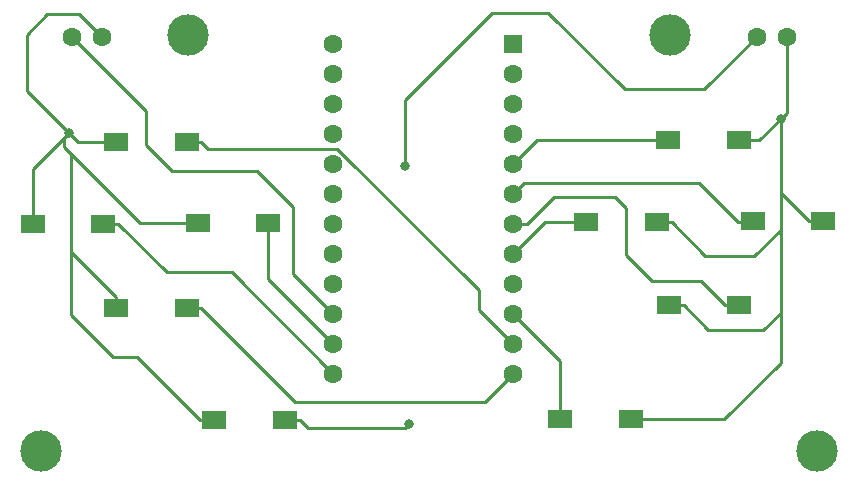
<source format=gbr>
G04 #@! TF.GenerationSoftware,KiCad,Pcbnew,5.0.2+dfsg1-1~bpo9+1*
G04 #@! TF.CreationDate,2018-12-22T15:32:15+00:00*
G04 #@! TF.ProjectId,arduino_controller,61726475-696e-46f5-9f63-6f6e74726f6c,rev?*
G04 #@! TF.SameCoordinates,Original*
G04 #@! TF.FileFunction,Copper,L1,Top*
G04 #@! TF.FilePolarity,Positive*
%FSLAX46Y46*%
G04 Gerber Fmt 4.6, Leading zero omitted, Abs format (unit mm)*
G04 Created by KiCad (PCBNEW 5.0.2+dfsg1-1~bpo9+1) date Sat 22 Dec 2018 15:32:15 GMT*
%MOMM*%
%LPD*%
G01*
G04 APERTURE LIST*
G04 #@! TA.AperFunction,SMDPad,CuDef*
%ADD10R,2.000000X1.500000*%
G04 #@! TD*
G04 #@! TA.AperFunction,ComponentPad*
%ADD11R,1.600000X1.600000*%
G04 #@! TD*
G04 #@! TA.AperFunction,ComponentPad*
%ADD12C,1.600000*%
G04 #@! TD*
G04 #@! TA.AperFunction,ComponentPad*
%ADD13C,3.500000*%
G04 #@! TD*
G04 #@! TA.AperFunction,ViaPad*
%ADD14C,0.800000*%
G04 #@! TD*
G04 #@! TA.AperFunction,Conductor*
%ADD15C,0.250000*%
G04 #@! TD*
G04 APERTURE END LIST*
D10*
G04 #@! TO.P,SW9,1*
G04 #@! TO.N,Net-(SW9-Pad1)*
X77787500Y-167513000D03*
G04 #@! TO.P,SW9,2*
G04 #@! TO.N,Net-(SW1-Pad2)*
X83756500Y-167513000D03*
G04 #@! TD*
D11*
G04 #@! TO.P,U1,1*
G04 #@! TO.N,Net-(U1-Pad1)*
X57505500Y-152509500D03*
D12*
G04 #@! TO.P,U1,2*
G04 #@! TO.N,Net-(U1-Pad2)*
X57505500Y-155049500D03*
G04 #@! TO.P,U1,3*
G04 #@! TO.N,Net-(U1-Pad3)*
X57505500Y-157589500D03*
G04 #@! TO.P,U1,4*
G04 #@! TO.N,Net-(U1-Pad4)*
X57505500Y-160129500D03*
G04 #@! TO.P,U1,5*
G04 #@! TO.N,Net-(SW2-Pad1)*
X57505500Y-162669500D03*
G04 #@! TO.P,U1,6*
G04 #@! TO.N,Net-(SW9-Pad1)*
X57505500Y-165209500D03*
G04 #@! TO.P,U1,7*
G04 #@! TO.N,Net-(SW3-Pad1)*
X57505500Y-167749500D03*
G04 #@! TO.P,U1,8*
G04 #@! TO.N,Net-(SW1-Pad1)*
X57505500Y-170289500D03*
G04 #@! TO.P,U1,9*
G04 #@! TO.N,Net-(SW4-Pad1)*
X57505500Y-172829500D03*
G04 #@! TO.P,U1,10*
G04 #@! TO.N,Net-(SW5-Pad1)*
X57505500Y-175369500D03*
G04 #@! TO.P,U1,11*
G04 #@! TO.N,Net-(SW6-Pad1)*
X57505500Y-177909500D03*
G04 #@! TO.P,U1,12*
G04 #@! TO.N,Net-(SW7-Pad1)*
X57505500Y-180449500D03*
G04 #@! TO.P,U1,13*
G04 #@! TO.N,Net-(SW10-Pad1)*
X42265500Y-180449500D03*
G04 #@! TO.P,U1,14*
G04 #@! TO.N,Net-(SW8-Pad1)*
X42265500Y-177909500D03*
G04 #@! TO.P,U1,15*
G04 #@! TO.N,Net-(SW11-Pad1)*
X42265500Y-175369500D03*
G04 #@! TO.P,U1,16*
G04 #@! TO.N,Net-(SW12-Pad1)*
X42265500Y-172829500D03*
G04 #@! TO.P,U1,17*
G04 #@! TO.N,Net-(U1-Pad17)*
X42265500Y-170289500D03*
G04 #@! TO.P,U1,18*
G04 #@! TO.N,Net-(U1-Pad18)*
X42265500Y-167749500D03*
G04 #@! TO.P,U1,19*
G04 #@! TO.N,Net-(U1-Pad19)*
X42265500Y-165209500D03*
G04 #@! TO.P,U1,20*
G04 #@! TO.N,Net-(U1-Pad20)*
X42265500Y-162669500D03*
G04 #@! TO.P,U1,21*
G04 #@! TO.N,Net-(U1-Pad21)*
X42265500Y-160129500D03*
G04 #@! TO.P,U1,22*
G04 #@! TO.N,Net-(U1-Pad22)*
X42265500Y-157589500D03*
G04 #@! TO.P,U1,23*
G04 #@! TO.N,Net-(SW1-Pad2)*
X42265500Y-155049500D03*
G04 #@! TO.P,U1,24*
G04 #@! TO.N,Net-(U1-Pad24)*
X42265500Y-152509500D03*
G04 #@! TD*
D10*
G04 #@! TO.P,SW1,2*
G04 #@! TO.N,Net-(SW1-Pad2)*
X69659500Y-167576500D03*
G04 #@! TO.P,SW1,1*
G04 #@! TO.N,Net-(SW1-Pad1)*
X63690500Y-167576500D03*
G04 #@! TD*
G04 #@! TO.P,SW2,1*
G04 #@! TO.N,Net-(SW2-Pad1)*
X70612000Y-160655000D03*
G04 #@! TO.P,SW2,2*
G04 #@! TO.N,Net-(SW1-Pad2)*
X76581000Y-160655000D03*
G04 #@! TD*
G04 #@! TO.P,SW3,1*
G04 #@! TO.N,Net-(SW3-Pad1)*
X76644500Y-174625000D03*
G04 #@! TO.P,SW3,2*
G04 #@! TO.N,Net-(SW1-Pad2)*
X70675500Y-174625000D03*
G04 #@! TD*
G04 #@! TO.P,SW4,1*
G04 #@! TO.N,Net-(SW4-Pad1)*
X38163500Y-184340500D03*
G04 #@! TO.P,SW4,2*
G04 #@! TO.N,Net-(SW1-Pad2)*
X32194500Y-184340500D03*
G04 #@! TD*
G04 #@! TO.P,SW5,2*
G04 #@! TO.N,Net-(SW1-Pad2)*
X67437000Y-184277000D03*
G04 #@! TO.P,SW5,1*
G04 #@! TO.N,Net-(SW5-Pad1)*
X61468000Y-184277000D03*
G04 #@! TD*
G04 #@! TO.P,SW6,1*
G04 #@! TO.N,Net-(SW6-Pad1)*
X29845000Y-160782000D03*
G04 #@! TO.P,SW6,2*
G04 #@! TO.N,Net-(SW1-Pad2)*
X23876000Y-160782000D03*
G04 #@! TD*
G04 #@! TO.P,SW7,2*
G04 #@! TO.N,Net-(SW1-Pad2)*
X23876000Y-174879000D03*
G04 #@! TO.P,SW7,1*
G04 #@! TO.N,Net-(SW7-Pad1)*
X29845000Y-174879000D03*
G04 #@! TD*
G04 #@! TO.P,SW8,1*
G04 #@! TO.N,Net-(SW8-Pad1)*
X36766500Y-167640000D03*
G04 #@! TO.P,SW8,2*
G04 #@! TO.N,Net-(SW1-Pad2)*
X30797500Y-167640000D03*
G04 #@! TD*
G04 #@! TO.P,SW10,2*
G04 #@! TO.N,Net-(SW1-Pad2)*
X16827500Y-167703500D03*
G04 #@! TO.P,SW10,1*
G04 #@! TO.N,Net-(SW10-Pad1)*
X22796500Y-167703500D03*
G04 #@! TD*
D13*
G04 #@! TO.P,U2,1*
G04 #@! TO.N,Net-(U2-Pad1)*
X29972000Y-151701500D03*
G04 #@! TD*
G04 #@! TO.P,U3,1*
G04 #@! TO.N,Net-(U3-Pad1)*
X17526000Y-186944000D03*
G04 #@! TD*
G04 #@! TO.P,U4,1*
G04 #@! TO.N,Net-(U4-Pad1)*
X70802500Y-151701500D03*
G04 #@! TD*
G04 #@! TO.P,U5,1*
G04 #@! TO.N,Net-(U5-Pad1)*
X83248500Y-186944000D03*
G04 #@! TD*
D12*
G04 #@! TO.P,SW11,2*
G04 #@! TO.N,Net-(SW1-Pad2)*
X22669500Y-151892000D03*
G04 #@! TO.P,SW11,1*
G04 #@! TO.N,Net-(SW11-Pad1)*
X20129500Y-151892000D03*
G04 #@! TD*
G04 #@! TO.P,SW12,1*
G04 #@! TO.N,Net-(SW12-Pad1)*
X78105000Y-151892000D03*
G04 #@! TO.P,SW12,2*
G04 #@! TO.N,Net-(SW1-Pad2)*
X80645000Y-151892000D03*
G04 #@! TD*
D14*
G04 #@! TO.N,Net-(SW1-Pad2)*
X19875500Y-160020000D03*
X80137000Y-158813500D03*
G04 #@! TO.N,Net-(SW4-Pad1)*
X48704500Y-184658000D03*
G04 #@! TO.N,Net-(SW12-Pad1)*
X48323500Y-162814000D03*
G04 #@! TD*
D15*
G04 #@! TO.N,Net-(SW1-Pad1)*
X60218500Y-167576500D02*
X57505500Y-170289500D01*
X63690500Y-167576500D02*
X60218500Y-167576500D01*
G04 #@! TO.N,Net-(SW1-Pad2)*
X20637500Y-160782000D02*
X23876000Y-160782000D01*
X19875500Y-160020000D02*
X20637500Y-160782000D01*
X16827500Y-163068000D02*
X16827500Y-167703500D01*
X19875500Y-160020000D02*
X16827500Y-163068000D01*
X19475501Y-160419999D02*
X19475501Y-161207501D01*
X19875500Y-160020000D02*
X19475501Y-160419999D01*
X25908000Y-167640000D02*
X30797500Y-167640000D01*
X23876000Y-173879000D02*
X20066000Y-170069000D01*
X23876000Y-174879000D02*
X23876000Y-173879000D01*
X20066000Y-170069000D02*
X20066000Y-161798000D01*
X20066000Y-161798000D02*
X25908000Y-167640000D01*
X19475501Y-161207501D02*
X20066000Y-161798000D01*
X30944500Y-184340500D02*
X25610500Y-179006500D01*
X32194500Y-184340500D02*
X30944500Y-184340500D01*
X25610500Y-179006500D02*
X23622000Y-179006500D01*
X20066000Y-175450500D02*
X20066000Y-170069000D01*
X23622000Y-179006500D02*
X20066000Y-175450500D01*
X22669500Y-151892000D02*
X20764500Y-149987000D01*
X20764500Y-149987000D02*
X18034000Y-149987000D01*
X18034000Y-149987000D02*
X16319500Y-151701500D01*
X16319500Y-156464000D02*
X19875500Y-160020000D01*
X16319500Y-151701500D02*
X16319500Y-156464000D01*
X78295500Y-160655000D02*
X80137000Y-158813500D01*
X76581000Y-160655000D02*
X78295500Y-160655000D01*
X80137000Y-159379185D02*
X80137000Y-158813500D01*
X82506500Y-167513000D02*
X80137000Y-165143500D01*
X83756500Y-167513000D02*
X82506500Y-167513000D01*
X70909500Y-167576500D02*
X73767000Y-170434000D01*
X69659500Y-167576500D02*
X70909500Y-167576500D01*
X73767000Y-170434000D02*
X77914500Y-170434000D01*
X80137000Y-168211500D02*
X80137000Y-164909500D01*
X77914500Y-170434000D02*
X80137000Y-168211500D01*
X80137000Y-164909500D02*
X80137000Y-159379185D01*
X80137000Y-165143500D02*
X80137000Y-164909500D01*
X71925500Y-174625000D02*
X74021000Y-176720500D01*
X70675500Y-174625000D02*
X71925500Y-174625000D01*
X74021000Y-176720500D02*
X78676500Y-176720500D01*
X80137000Y-175260000D02*
X80137000Y-168211500D01*
X78676500Y-176720500D02*
X80137000Y-175260000D01*
X67437000Y-184277000D02*
X75374500Y-184277000D01*
X80137000Y-179514500D02*
X80137000Y-175260000D01*
X75374500Y-184277000D02*
X80137000Y-179514500D01*
X80645000Y-158305500D02*
X80137000Y-158813500D01*
X80645000Y-151892000D02*
X80645000Y-158305500D01*
G04 #@! TO.N,Net-(SW2-Pad1)*
X59520000Y-160655000D02*
X57505500Y-162669500D01*
X70612000Y-160655000D02*
X59520000Y-160655000D01*
G04 #@! TO.N,Net-(SW9-Pad1)*
X76537500Y-167576500D02*
X73235500Y-164274500D01*
X77787500Y-167576500D02*
X76537500Y-167576500D01*
X58440500Y-164274500D02*
X57505500Y-165209500D01*
X73235500Y-164274500D02*
X58440500Y-164274500D01*
G04 #@! TO.N,Net-(SW3-Pad1)*
X75394500Y-174625000D02*
X76644500Y-174625000D01*
X69278500Y-172593000D02*
X73362500Y-172593000D01*
X67056000Y-170370500D02*
X69278500Y-172593000D01*
X67056000Y-166370000D02*
X67056000Y-170370500D01*
X58636870Y-167749500D02*
X60968870Y-165417500D01*
X60968870Y-165417500D02*
X66103500Y-165417500D01*
X73362500Y-172593000D02*
X75394500Y-174625000D01*
X57505500Y-167749500D02*
X58636870Y-167749500D01*
X66103500Y-165417500D02*
X67056000Y-166370000D01*
G04 #@! TO.N,Net-(SW4-Pad1)*
X39413500Y-184340500D02*
X40112000Y-185039000D01*
X38163500Y-184340500D02*
X39413500Y-184340500D01*
X48323500Y-185039000D02*
X48704500Y-184658000D01*
X40112000Y-185039000D02*
X48323500Y-185039000D01*
G04 #@! TO.N,Net-(SW5-Pad1)*
X61468000Y-179332000D02*
X61468000Y-184277000D01*
X57505500Y-175369500D02*
X61468000Y-179332000D01*
G04 #@! TO.N,Net-(SW6-Pad1)*
X31095000Y-160782000D02*
X31666500Y-161353500D01*
X29845000Y-160782000D02*
X31095000Y-160782000D01*
X42614502Y-161353500D02*
X54610000Y-173348998D01*
X31666500Y-161353500D02*
X42614502Y-161353500D01*
X54610000Y-175014000D02*
X57505500Y-177909500D01*
X54610000Y-173348998D02*
X54610000Y-175014000D01*
G04 #@! TO.N,Net-(SW7-Pad1)*
X31095000Y-174879000D02*
X39032500Y-182816500D01*
X29845000Y-174879000D02*
X31095000Y-174879000D01*
X55138500Y-182816500D02*
X57505500Y-180449500D01*
X39032500Y-182816500D02*
X55138500Y-182816500D01*
G04 #@! TO.N,Net-(SW10-Pad1)*
X24046500Y-167703500D02*
X28174000Y-171831000D01*
X22796500Y-167703500D02*
X24046500Y-167703500D01*
X33647000Y-171831000D02*
X42265500Y-180449500D01*
X28174000Y-171831000D02*
X33647000Y-171831000D01*
G04 #@! TO.N,Net-(SW8-Pad1)*
X36766500Y-172410500D02*
X42265500Y-177909500D01*
X36766500Y-167640000D02*
X36766500Y-172410500D01*
G04 #@! TO.N,Net-(SW11-Pad1)*
X42265500Y-175369500D02*
X38862000Y-171966000D01*
X38862000Y-171966000D02*
X38862000Y-166306500D01*
X38862000Y-166306500D02*
X35814000Y-163258500D01*
X35814000Y-163258500D02*
X28638500Y-163258500D01*
X28638500Y-163258500D02*
X26416000Y-161036000D01*
X26416000Y-158178500D02*
X20129500Y-151892000D01*
X26416000Y-161036000D02*
X26416000Y-158178500D01*
G04 #@! TO.N,Net-(SW12-Pad1)*
X78105000Y-151892000D02*
X73660000Y-156337000D01*
X73660000Y-156337000D02*
X66929000Y-156337000D01*
X66929000Y-156337000D02*
X60452000Y-149860000D01*
X60452000Y-149860000D02*
X55689500Y-149860000D01*
X48323500Y-157226000D02*
X48323500Y-162814000D01*
X55689500Y-149860000D02*
X48323500Y-157226000D01*
G04 #@! TD*
M02*

</source>
